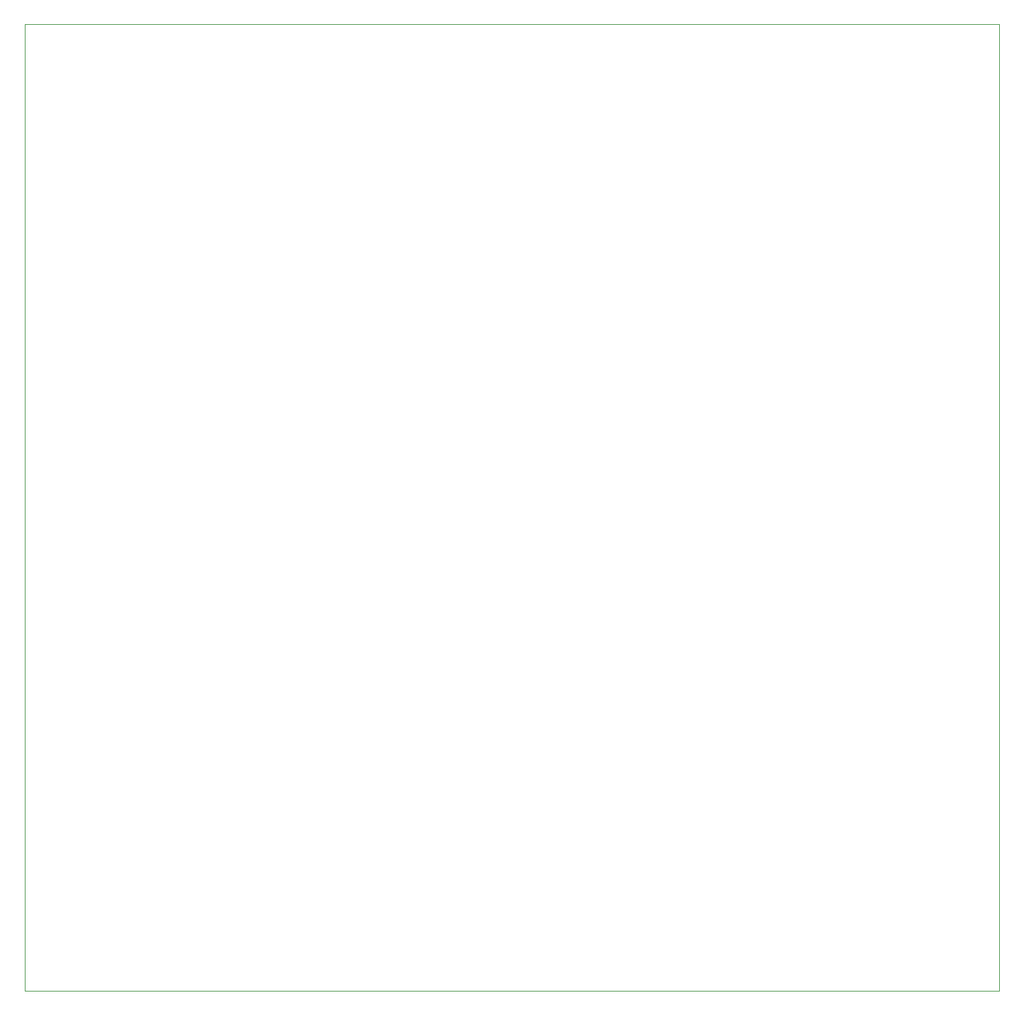
<source format=gbr>
%TF.GenerationSoftware,KiCad,Pcbnew,8.0.8*%
%TF.CreationDate,2025-10-12T21:50:37+03:00*%
%TF.ProjectId,trackking solar,74726163-6b6b-4696-9e67-20736f6c6172,rev?*%
%TF.SameCoordinates,Original*%
%TF.FileFunction,Profile,NP*%
%FSLAX46Y46*%
G04 Gerber Fmt 4.6, Leading zero omitted, Abs format (unit mm)*
G04 Created by KiCad (PCBNEW 8.0.8) date 2025-10-12 21:50:37*
%MOMM*%
%LPD*%
G01*
G04 APERTURE LIST*
%TA.AperFunction,Profile*%
%ADD10C,0.050000*%
%TD*%
G04 APERTURE END LIST*
D10*
X83000000Y-21000000D02*
X206000000Y-21000000D01*
X206000000Y-143000000D01*
X83000000Y-143000000D01*
X83000000Y-21000000D01*
M02*

</source>
